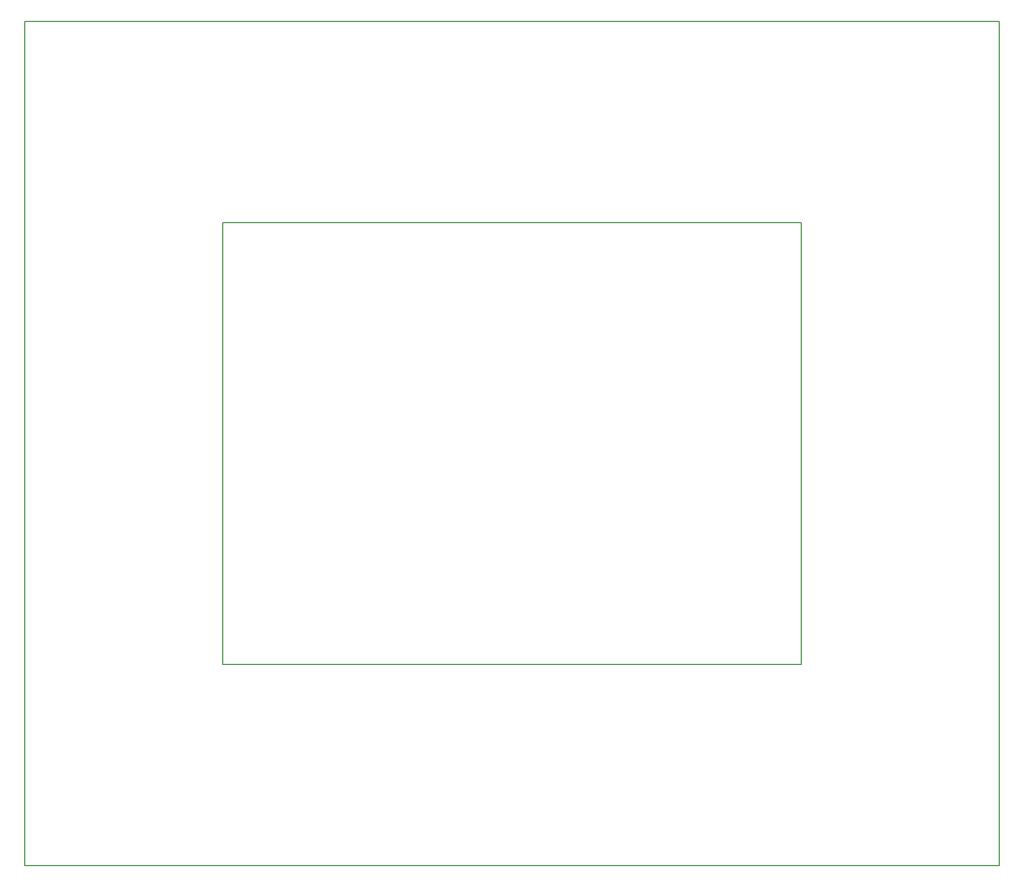
<source format=gm1>
G04*
G04 #@! TF.GenerationSoftware,Altium Limited,Altium Designer,21.1.1 (26)*
G04*
G04 Layer_Color=16711935*
%FSLAX25Y25*%
%MOIN*%
G70*
G04*
G04 #@! TF.SameCoordinates,50609B49-341D-4E51-95AC-B49047DEAD09*
G04*
G04*
G04 #@! TF.FilePolarity,Positive*
G04*
G01*
G75*
%ADD35C,0.00591*%
D35*
X120079Y122047D02*
Y389764D01*
X470472D01*
Y122047D02*
Y389764D01*
X120079Y122047D02*
X470472D01*
X0Y0D02*
X590551D01*
Y511811D01*
X0D02*
X590551D01*
X0Y0D02*
Y511811D01*
M02*

</source>
